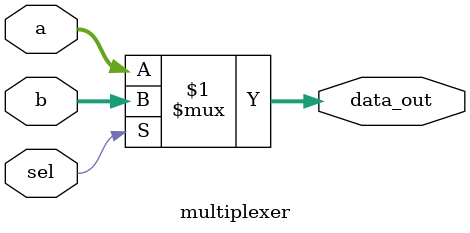
<source format=v>
`timescale 1ns / 1ps


module multiplexer(
    input [63:0]a,
    input [63:0]b,
    input sel,
    output [63:0]data_out
    );
    assign data_out = sel ? b : a;
endmodule

</source>
